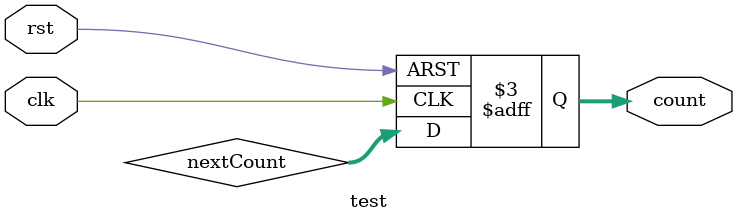
<source format=v>
module test (clk,rst,count);
 input clk,rst;
 output [8:0] count;
 reg [8:0] count;
 reg [8:0] nextCount;
 always @(posedge clk or negedge rst)
   if (~rst) //good style for using '_n' for active low reset
     count <= 0;
   else
     count <= nextCount;
endmodule


</source>
